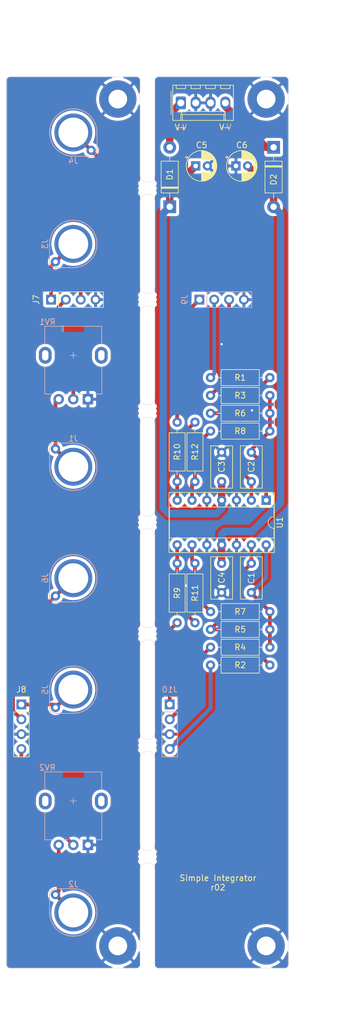
<source format=kicad_pcb>
(kicad_pcb (version 20221018) (generator pcbnew)
  (title_block (title "Simple Integrator") (date "2022-07-14") (rev "r02") (comment 2 "creativecommons.org/licenses/by/4.0/") (comment 3 "License: CC BY 4.0") (comment 4 "Author: Guy John"))
  (layers (0 "F.Cu" signal) (31 "B.Cu" signal) (36 "B.SilkS" user "B.Silkscreen") (37 "F.SilkS" user "F.Silkscreen") (38 "B.Mask" user) (39 "F.Mask" user) (44 "Edge.Cuts" user))
  (net 0 "")
  (net 1 "Net-(C1-Pad2)")
  (net 2 "Net-(C2-Pad2)")
  (net 3 "+12V")
  (net 4 "GND")
  (net 5 "-12V")
  (net 6 "Net-(J2-Pad1)")
  (net 7 "Net-(J1-Pad1)")
  (net 8 "Net-(R11-Pad1)")
  (net 9 "Net-(R10-Pad1)")
  (net 10 "Net-(U1D--)")
  (net 11 "Net-(U1A--)")
  (net 12 "Net-(D1-A)")
  (net 13 "Net-(D2-K)")
  (net 14 "Net-(J7-Pin_1)")
  (net 15 "Net-(J7-Pin_3)")
  (net 16 "Net-(J8-Pin_1)")
  (net 17 "Net-(J8-Pin_2)")
  (net 18 "Net-(J7-Pin_2)")
  (net 19 "Net-(J8-Pin_4)")
  (net 20 "Net-(J9-Pin_3)")
  (net 21 "Net-(J9-Pin_2)")
  (net 22 "Net-(J9-Pin_1)")
  (net 23 "Net-(J10-Pin_4)")
  (net 24 "Net-(J10-Pin_2)")
  (net 25 "Net-(J10-Pin_1)")
  (net 26 "Net-(U1C--)")
  (net 27 "Net-(U1B--)")
  (footprint "Rumblesan_Standard_Parts:C_Rect_L7.0mm_W3.5mm_P5.00mm" (layer "F.Cu") (at 130.81 119.935 90)
    (fp_text reference "C4" (at 2.54 0 90) (layer "F.SilkS"))
    (fp_text value "100nF")
    (pad "1" thru_hole circle (at 0 0 90) (size 1.6 1.6) (drill 0.8) (layers "*.Cu" "*.Mask") (net 4 "GND"))
    (pad "2" thru_hole circle (at 5 0 90) (size 1.6 1.6) (drill 0.8) (layers "*.Cu" "*.Mask") (net 5 "-12V"))
  )
  (footprint "Panelization:mouse-bite-2.54mm-slot" (layer "F.Cu") (at 118.11 165.1 90)
    (fp_text reference "mouse-bite-2.54mm-slot" hide)
    (fp_text value "VAL**" hide)
    (fp_arc (start -2.286 -1.27) (mid -1.016 0) (end -2.286 1.27) (stroke (width 0.05)) (layer "Edge.Cuts"))
    (fp_arc (start 2.286 1.27) (mid 1.016 0) (end 2.286 -1.27) (stroke (width 0.05)) (layer "Edge.Cuts"))
    (pad "" np_thru_hole circle (at -0.8 -1.1 90) (size 0.5 0.5) (drill 0.5) (layers "*.Cu" "*.Mask"))
    (pad "" np_thru_hole circle (at -0.8 1.1 90) (size 0.5 0.5) (drill 0.5) (layers "*.Cu" "*.Mask"))
    (pad "" np_thru_hole circle (at 0 -1.1 90) (size 0.5 0.5) (drill 0.5) (layers "*.Cu" "*.Mask"))
    (pad "" np_thru_hole circle (at 0 1.1 90) (size 0.5 0.5) (drill 0.5) (layers "*.Cu" "*.Mask"))
    (pad "" np_thru_hole circle (at 0.8 -1.1 90) (size 0.5 0.5) (drill 0.5) (layers "*.Cu" "*.Mask"))
    (pad "" np_thru_hole circle (at 0.8 1.1 90) (size 0.5 0.5) (drill 0.5) (layers "*.Cu" "*.Mask"))
  )
  (footprint "Connector_PinSocket_2.54mm:PinSocket_1x04_P2.54mm_Vertical" (layer "F.Cu") (at 101.6 69.85 90)
    (fp_text reference "J7" (at 0 -2.54 90) (layer "F.SilkS"))
    (fp_text value "I2_Ctrl" hide)
    (pad "1" thru_hole rect (at 0 0 90) (size 1.7 1.7) (drill 1) (layers "*.Cu" "*.Mask") (net 14 "Net-(J7-Pin_1)"))
    (pad "2" thru_hole oval (at 0 2.54 90) (size 1.7 1.7) (drill 1) (layers "*.Cu" "*.Mask") (net 18 "Net-(J7-Pin_2)"))
    (pad "3" thru_hole oval (at 0 5.08 90) (size 1.7 1.7) (drill 1) (layers "*.Cu" "*.Mask") (net 15 "Net-(J7-Pin_3)"))
    (pad "4" thru_hole oval (at 0 7.62 90) (size 1.7 1.7) (drill 1) (layers "*.Cu" "*.Mask") (net 4 "GND"))
  )
  (footprint "Rumblesan_Standard_Parts:D_DO-41_SOD81_P10.16mm_Horizontal" (layer "F.Cu") (at 121.92 53.975 90)
    (fp_text reference "D1" (at 5.5118 0 90) (layer "F.SilkS"))
    (fp_text value "1N5818")
    (pad "1" thru_hole rect (at 0 0 90) (size 2.2 2.2) (drill 1.1) (layers "*.Cu" "*.Mask") (net 3 "+12V"))
    (pad "2" thru_hole oval (at 10.16 0 90) (size 2.2 2.2) (drill 1.1) (layers "*.Cu" "*.Mask") (net 12 "Net-(D1-A)"))
  )
  (footprint "Rumblesan_Standard_Parts:R_Axial_DIN0207_L6.3mm_D2.5mm_P10.16mm_Horizontal" (layer "F.Cu") (at 128.905 92.329)
    (fp_text reference "R8" (at 5.08 0) (layer "F.SilkS"))
    (fp_text value "10k")
    (pad "1" thru_hole circle (at 0 0) (size 1.6 1.6) (drill 0.8) (layers "*.Cu" "*.Mask") (net 27 "Net-(U1B--)"))
    (pad "2" thru_hole oval (at 10.16 0) (size 1.6 1.6) (drill 0.8) (layers "*.Cu" "*.Mask") (net 2 "Net-(C2-Pad2)"))
  )
  (footprint "Rumblesan_Standard_Parts:R_Axial_DIN0207_L6.3mm_D2.5mm_P10.16mm_Horizontal" (layer "F.Cu") (at 126.238 125.095 90)
    (fp_text reference "R11" (at 5.08 0 90) (layer "F.SilkS"))
    (fp_text value "10k")
    (pad "1" thru_hole circle (at 0 0 90) (size 1.6 1.6) (drill 0.8) (layers "*.Cu" "*.Mask") (net 8 "Net-(R11-Pad1)"))
    (pad "2" thru_hole oval (at 10.16 0 90) (size 1.6 1.6) (drill 0.8) (layers "*.Cu" "*.Mask") (net 26 "Net-(U1C--)"))
  )
  (footprint "4U_Power:4u_Power_Molex_KK-254_P2.54mm" (layer "F.Cu") (at 123.825 36.21499)
    (fp_text reference "J11" hide)
    (fp_text value "4U_Power" hide)
    (fp_text user "V+" (at 0 4.17101 unlocked) (layer "B.SilkS") (effects (justify mirror)))
    (fp_text user "V-" (at 7.62 4.17101 unlocked) (layer "B.SilkS") (effects (justify mirror)))
    (fp_text user "V+" (at 0 4.17101 unlocked) (layer "F.SilkS"))
    (fp_text user "V-" (at 7.62 4.17101 unlocked) (layer "F.SilkS"))
    (pad "1" thru_hole roundrect (at 0 0) (size 1.74 2.19) (drill 1.19) (layers "*.Cu" "*.Mask") (roundrect_rratio 0.143678) (net 12 "Net-(D1-A)"))
    (pad "2" thru_hole oval (at 2.54 0) (size 1.74 2.19) (drill 1.19) (layers "*.Cu" "*.Mask") (net 4 "GND"))
    (pad "3" thru_hole oval (at 5.08 0) (size 1.74 2.19) (drill 1.19) (layers "*.Cu" "*.Mask") (net 4 "GND"))
    (pad "4" thru_hole oval (at 7.62 0) (size 1.74 2.19) (drill 1.19) (layers "*.Cu" "*.Mask") (net 13 "Net-(D2-K)"))
  )
  (footprint "Rumblesan_Standard_Parts:C_Rect_L7.0mm_W3.5mm_P5.00mm" (layer "F.Cu") (at 130.81 100.965 90)
    (fp_text reference "C3" (at 2.54 0 90) (layer "F.SilkS"))
    (fp_text value "100nF")
    (pad "1" thru_hole circle (at 0 0 90) (size 1.6 1.6) (drill 0.8) (layers "*.Cu" "*.Mask") (net 3 "+12V"))
    (pad "2" thru_hole circle (at 5 0 90) (size 1.6 1.6) (drill 0.8) (layers "*.Cu" "*.Mask") (net 4 "GND"))
  )
  (footprint "Rumblesan_Standard_Parts:R_Axial_DIN0207_L6.3mm_D2.5mm_P10.16mm_Horizontal" (layer "F.Cu") (at 139.065 126.238 180)
    (fp_text reference "R5" (at 5.08 0 180) (layer "F.SilkS"))
    (fp_text value "100k (optional)")
    (pad "1" thru_hole circle (at 0 0 180) (size 1.6 1.6) (drill 0.8) (layers "*.Cu" "*.Mask") (net 1 "Net-(C1-Pad2)"))
    (pad "2" thru_hole oval (at 10.16 0 180) (size 1.6 1.6) (drill 0.8) (layers "*.Cu" "*.Mask") (net 10 "Net-(U1D--)"))
  )
  (footprint "Panelization:mouse-bite-2.54mm-slot" (layer "F.Cu") (at 118.11 146.05 90)
    (fp_text reference "mouse-bite-2.54mm-slot" hide)
    (fp_text value "VAL**" hide)
    (fp_arc (start -2.286 -1.27) (mid -1.016 0) (end -2.286 1.27) (stroke (width 0.05)) (layer "Edge.Cuts"))
    (fp_arc (start 2.286 1.27) (mid 1.016 0) (end 2.286 -1.27) (stroke (width 0.05)) (layer "Edge.Cuts"))
    (pad "" np_thru_hole circle (at -0.8 -1.1 90) (size 0.5 0.5) (drill 0.5) (layers "*.Cu" "*.Mask"))
    (pad "" np_thru_hole circle (at -0.8 1.1 90) (size 0.5 0.5) (drill 0.5) (layers "*.Cu" "*.Mask"))
    (pad "" np_thru_hole circle (at 0 -1.1 90) (size 0.5 0.5) (drill 0.5) (layers "*.Cu" "*.Mask"))
    (pad "" np_thru_hole circle (at 0 1.1 90) (size 0.5 0.5) (drill 0.5) (layers "*.Cu" "*.Mask"))
    (pad "" np_thru_hole circle (at 0.8 -1.1 90) (size 0.5 0.5) (drill 0.5) (layers "*.Cu" "*.Mask"))
    (pad "" np_thru_hole circle (at 0.8 1.1 90) (size 0.5 0.5) (drill 0.5) (layers "*.Cu" "*.Mask"))
  )
  (footprint "Rumblesan_Standard_Parts:R_Axial_DIN0207_L6.3mm_D2.5mm_P10.16mm_Horizontal" (layer "F.Cu") (at 139.065 132.334 180)
    (fp_text reference "R2" (at 5.08 0 180) (layer "F.SilkS"))
    (fp_text value "100k")
    (pad "1" thru_hole circle (at 0 0 180) (size 1.6 1.6) (drill 0.8) (layers "*.Cu" "*.Mask") (net 10 "Net-(U1D--)"))
    (pad "2" thru_hole oval (at 10.16 0 180) (size 1.6 1.6) (drill 0.8) (layers "*.Cu" "*.Mask") (net 23 "Net-(J10-Pin_4)"))
  )
  (footprint "Connector_PinSocket_2.54mm:PinSocket_1x04_P2.54mm_Vertical" (layer "F.Cu") (at 96.52 139.065)
    (fp_text reference "J8" (at 0 -2.54) (layer "F.SilkS"))
    (fp_text value "I1_Ctrl" hide)
    (pad "1" thru_hole rect (at 0 0) (size 1.7 1.7) (drill 1) (layers "*.Cu" "*.Mask") (net 16 "Net-(J8-Pin_1)"))
    (pad "2" thru_hole oval (at 0 2.54) (size 1.7 1.7) (drill 1) (layers "*.Cu" "*.Mask") (net 17 "Net-(J8-Pin_2)"))
    (pad "3" thru_hole oval (at 0 5.08) (size 1.7 1.7) (drill 1) (layers "*.Cu" "*.Mask") (net 4 "GND"))
    (pad "4" thru_hole oval (at 0 7.62) (size 1.7 1.7) (drill 1) (layers "*.Cu" "*.Mask") (net 19 "Net-(J8-Pin_4)"))
  )
  (footprint "Panelization:mouse-bite-2.54mm-slot" (layer "F.Cu") (at 118.11 50.8 90)
    (fp_text reference "mouse-bite-2.54mm-slot" hide)
    (fp_text value "VAL**" hide)
    (fp_arc (start -2.286 -1.27) (mid -1.016 0) (end -2.286 1.27) (stroke (width 0.05)) (layer "Edge.Cuts"))
    (fp_arc (start 2.286 1.27) (mid 1.016 0) (end 2.286 -1.27) (stroke (width 0.05)) (layer "Edge.Cuts"))
    (pad "" np_thru_hole circle (at -0.8 -1.1 90) (size 0.5 0.5) (drill 0.5) (layers "*.Cu" "*.Mask"))
    (pad "" np_thru_hole circle (at -0.8 1.1 90) (size 0.5 0.5) (drill 0.5) (layers "*.Cu" "*.Mask"))
    (pad "" np_thru_hole circle (at 0 -1.1 90) (size 0.5 0.5) (drill 0.5) (layers "*.Cu" "*.Mask"))
    (pad "" np_thru_hole circle (at 0 1.1 90) (size 0.5 0.5) (drill 0.5) (layers "*.Cu" "*.Mask"))
    (pad "" np_thru_hole circle (at 0.8 -1.1 90) (size 0.5 0.5) (drill 0.5) (layers "*.Cu" "*.Mask"))
    (pad "" np_thru_hole circle (at 0.8 1.1 90) (size 0.5 0.5) (drill 0.5) (layers "*.Cu" "*.Mask"))
  )
  (footprint "Panelization:mouse-bite-2.54mm-slot" (layer "F.Cu") (at 118.11 127 90)
    (fp_text reference "mouse-bite-2.54mm-slot" hide)
    (fp_text value "VAL**" hide)
    (fp_arc (start -2.286 -1.27) (mid -1.016 0) (end -2.286 1.27) (stroke (width 0.05)) (layer "Edge.Cuts"))
    (fp_arc (start 2.286 1.27) (mid 1.016 0) (end 2.286 -1.27) (stroke (width 0.05)) (layer "Edge.Cuts"))
    (pad "" np_thru_hole circle (at -0.8 -1.1 90) (size 0.5 0.5) (drill 0.5) (layers "*.Cu" "*.Mask"))
    (pad "" np_thru_hole circle (at -0.8 1.1 90) (size 0.5 0.5) (drill 0.5) (layers "*.Cu" "*.Mask"))
    (pad "" np_thru_hole circle (at 0 -1.1 90) (size 0.5 0.5) (drill 0.5) (layers "*.Cu" "*.Mask"))
    (pad "" np_thru_hole circle (at 0 1.1 90) (size 0.5 0.5) (drill 0.5) (layers "*.Cu" "*.Mask"))
    (pad "" np_thru_hole circle (at 0.8 -1.1 90) (size 0.5 0.5) (drill 0.5) (layers "*.Cu" "*.Mask"))
    (pad "" np_thru_hole circle (at 0.8 1.1 90) (size 0.5 0.5) (drill 0.5) (layers "*.Cu" "*.Mask"))
  )
  (footprint "Rumblesan_Standard_Parts:R_Axial_DIN0207_L6.3mm_D2.5mm_P10.16mm_Horizontal" (layer "F.Cu") (at 126.238 90.805 -90)
    (fp_text reference "R12" (at 5.08 0 -90) (layer "F.SilkS"))
    (fp_text value "10k")
    (pad "1" thru_hole circle (at 0 0 270) (size 1.6 1.6) (drill 0.8) (layers "*.Cu" "*.Mask") (net 9 "Net-(R10-Pad1)"))
    (pad "2" thru_hole oval (at 10.16 0 270) (size 1.6 1.6) (drill 0.8) (layers "*.Cu" "*.Mask") (net 27 "Net-(U1B--)"))
  )
  (footprint "Rumblesan_Standard_Parts:R_Axial_DIN0207_L6.3mm_D2.5mm_P10.16mm_Horizontal" (layer "F.Cu") (at 139.065 129.286 180)
    (fp_text reference "R4" (at 5.08 0 180) (layer "F.SilkS"))
    (fp_text value "330r")
    (pad "1" thru_hole circle (at 0 0 180) (size 1.6 1.6) (drill 0.8) (layers "*.Cu" "*.Mask") (net 1 "Net-(C1-Pad2)"))
    (pad "2" thru_hole oval (at 10.16 0 180) (size 1.6 1.6) (drill 0.8) (layers "*.Cu" "*.Mask") (net 24 "Net-(J10-Pin_2)"))
  )
  (footprint "Rumblesan_Standard_Parts:R_Axial_DIN0207_L6.3mm_D2.5mm_P10.16mm_Horizontal" (layer "F.Cu") (at 139.065 86.233 180)
    (fp_text reference "R3" (at 5.08 0 180) (layer "F.SilkS"))
    (fp_text value "330r")
    (pad "1" thru_hole circle (at 0 0 180) (size 1.6 1.6) (drill 0.8) (layers "*.Cu" "*.Mask") (net 2 "Net-(C2-Pad2)"))
    (pad "2" thru_hole oval (at 10.16 0 180) (size 1.6 1.6) (drill 0.8) (layers "*.Cu" "*.Mask") (net 20 "Net-(J9-Pin_3)"))
  )
  (footprint "Rumblesan_Standard_Parts:C_Rect_L7.0mm_W3.5mm_P5.00mm" (layer "F.Cu") (at 135.89 114.935 -90)
    (fp_text reference "C1" (at 2.54 0 -90) (layer "F.SilkS"))
    (fp_text value "1nF")
    (pad "1" thru_hole circle (at 0 0 270) (size 1.6 1.6) (drill 0.8) (layers "*.Cu" "*.Mask") (net 10 "Net-(U1D--)"))
    (pad "2" thru_hole circle (at 5 0 270) (size 1.6 1.6) (drill 0.8) (layers "*.Cu" "*.Mask") (net 1 "Net-(C1-Pad2)"))
  )
  (footprint "Panelization:mouse-bite-2.54mm-slot" (layer "F.Cu") (at 118.11 69.85 90)
    (fp_text reference "mouse-bite-2.54mm-slot" hide)
    (fp_text value "VAL**" hide)
    (fp_arc (start -2.286 -1.27) (mid -1.016 0) (end -2.286 1.27) (stroke (width 0.05)) (layer "Edge.Cuts"))
    (fp_arc (start 2.286 1.27) (mid 1.016 0) (end 2.286 -1.27) (stroke (width 0.05)) (layer "Edge.Cuts"))
    (pad "" np_thru_hole circle (at -0.8 -1.1 90) (size 0.5 0.5) (drill 0.5) (layers "*.Cu" "*.Mask"))
    (pad "" np_thru_hole circle (at -0.8 1.1 90) (size 0.5 0.5) (drill 0.5) (layers "*.Cu" "*.Mask"))
    (pad "" np_thru_hole circle (at 0 -1.1 90) (size 0.5 0.5) (drill 0.5) (layers "*.Cu" "*.Mask"))
    (pad "" np_thru_hole circle (at 0 1.1 90) (size 0.5 0.5) (drill 0.5) (layers "*.Cu" "*.Mask"))
    (pad "" np_thru_hole circle (at 0.8 -1.1 90) (size 0.5 0.5) (drill 0.5) (layers "*.Cu" "*.Mask"))
    (pad "" np_thru_hole circle (at 0.8 1.1 90) (size 0.5 0.5) (drill 0.5) (layers "*.Cu" "*.Mask"))
  )
  (footprint "Rumblesan_Standard_Parts:R_Axial_DIN0207_L6.3mm_D2.5mm_P10.16mm_Horizontal" (layer "F.Cu") (at 123.19 114.935 -90)
    (fp_text reference "R9" (at 5.08 0 -90) (layer "F.SilkS"))
    (fp_text value "330r")
    (pad "1" thru_hole circle (at 0 0 270) (size 1.6 1.6) (drill 0.8) (layers "*.Cu" "*.Mask") (net 8 "Net-(R11-Pad1)"))
    (pad "2" thru_hole oval (at 10.16 0 270) (size 1.6 1.6) (drill 0.8) (layers "*.Cu" "*.Mask") (net 25 "Net-(J10-Pin_1)"))
  )
  (footprint "Rumblesan_Standard_Parts:R_Axial_DIN0207_L6.3mm_D2.5mm_P10.16mm_Horizontal" (layer "F.Cu") (at 139.065 83.185 180)
    (fp_text reference "R1" (at 5.08 0 180) (layer "F.SilkS"))
    (fp_text value "100k")
    (pad "1" thru_hole circle (at 0 0 180) (size 1.6 1.6) (drill 0.8) (layers "*.Cu" "*.Mask") (net 11 "Net-(U1A--)"))
    (pad "2" thru_hole oval (at 10.16 0 180) (size 1.6 1.6) (drill 0.8) (layers "*.Cu" "*.Mask") (net 21 "Net-(J9-Pin_2)"))
  )
  (footprint "Rumblesan_Standard_Parts:R_Axial_DIN0207_L6.3mm_D2.5mm_P10.16mm_Horizontal" (layer "F.Cu") (at 139.065 89.281 180)
    (fp_text reference "R6" (at 5.08 0 180) (layer "F.SilkS"))
    (fp_text value "100k (optional)")
    (pad "1" thru_hole circle (at 0 0 180) (size 1.6 1.6) (drill 0.8) (layers "*.Cu" "*.Mask") (net 2 "Net-(C2-Pad2)"))
    (pad "2" thru_hole oval (at 10.16 0 180) (size 1.6 1.6) (drill 0.8) (layers "*.Cu" "*.Mask") (net 11 "Net-(U1A--)"))
  )
  (footprint "Panelization:mouse-bite-2.54mm-slot" (layer "F.Cu") (at 118.11 107.95 90)
    (fp_text reference "mouse-bite-2.54mm-slot" hide)
    (fp_text value "VAL**" hide)
    (fp_arc (start -2.286 -1.27) (mid -1.016 0) (end -2.286 1.27) (stroke (width 0.05)) (layer "Edge.Cuts"))
    (fp_arc (start 2.286 1.27) (mid 1.016 0) (end 2.286 -1.27) (stroke (width 0.05)) (layer "Edge.Cuts"))
    (pad "" np_thru_hole circle (at -0.8 -1.1 90) (size 0.5 0.5) (drill 0.5) (layers "*.Cu" "*.Mask"))
    (pad "" np_thru_hole circle (at -0.8 1.1 90) (size 0.5 0.5) (drill 0.5) (layers "*.Cu" "*.Mask"))
    (pad "" np_thru_hole circle (at 0 -1.1 90) (size 0.5 0.5) (drill 0.5) (layers "*.Cu" "*.Mask"))
    (pad "" np_thru_hole circle (at 0 1.1 90) (size 0.5 0.5) (drill 0.5) (layers "*.Cu" "*.Mask"))
    (pad "" np_thru_hole circle (at 0.8 -1.1 90) (size 0.5 0.5) (drill 0.5) (layers "*.Cu" "*.Mask"))
    (pad "" np_thru_hole circle (at 0.8 1.1 90) (size 0.5 0.5) (drill 0.5) (layers "*.Cu" "*.Mask"))
  )
  (footprint "MountingHole:MountingHole_3.2mm_M3_Pad" (layer "F.Cu") (at 138.43 180.34)
    (fp_text reference "H1" hide)
    (fp_text value "MountingHole_Pad" hide)
    (pad "1" thru_hole circle (at 0 0) (size 6.4 6.4) (drill 3.2) (layers "*.Cu" "*.Mask") (net 4 "GND"))
  )
  (footprint "Rumblesan_Standard_Parts:CP_Radial_D5.0mm_P2.00mm" (layer "F.Cu") (at 126.365 46.99)
    (fp_text reference "C5" (at 1.016 -3.556) (layer "F.SilkS"))
    (fp_text value "10uF")
    (pad "1" thru_hole rect (at 0 0) (size 1.6 1.6) (drill 0.8) (layers "*.Cu" "*.Mask") (net 3 "+12V"))
    (pad "2" thru_hole circle (at 2 0) (size 1.6 1.6) (drill 0.8) (layers "*.Cu" "*.Mask") (net 4 "GND"))
  )
  (footprint "Rumblesan_Standard_Parts:C_Rect_L7.0mm_W3.5mm_P5.00mm" (layer "F.Cu") (at 135.89 100.965 90)
    (fp_text reference "C2" (at 2.54 0 90) (layer "F.SilkS"))
    (fp_text value "1nF")
    (pad "1" thru_hole circle (at 0 0 90) (size 1.6 1.6) (drill 0.8) (layers "*.Cu" "*.Mask") (net 11 "Net-(U1A--)"))
    (pad "2" thru_hole circle (at 5 0 90) (size 1.6 1.6) (drill 0.8) (layers "*.Cu" "*.Mask") (net 2 "Net-(C2-Pad2)"))
  )
  (footprint "MountingHole:MountingHole_3.2mm_M3_Pad" (layer "F.Cu") (at 113.03 180.34)
    (fp_text reference "H3" hide)
    (fp_text value "MountingHole_Pad" hide)
    (pad "1" thru_hole circle (at 0 0) (size 6.4 6.4) (drill 3.2) (layers "*.Cu" "*.Mask") (net 4 "GND"))
  )
  (footprint "MountingHole:MountingHole_3.2mm_M3_Pad" (layer "F.Cu") (at 113.03 35.56 180)
    (fp_text reference "H4" hide)
    (fp_text value "MountingHole_Pad" hide)
    (pad "1" thru_hole circle (at 0 0 180) (size 6.4 6.4) (drill 3.2) (layers "*.Cu" "*.Mask") (net 4 "GND"))
  )
  (footprint "Rumblesan_Standard_Parts:R_Axial_DIN0207_L6.3mm_D2.5mm_P10.16mm_Horizontal" (layer "F.Cu") (at 123.19 100.965 90)
    (fp_text reference "R10" (at 5.08 0 90) (layer "F.SilkS"))
    (fp_text value "330r")
    (pad "1" thru_hole circle (at 0 0 90) (size 1.6 1.6) (drill 0.8) (layers "*.Cu" "*.Mask") (net 9 "Net-(R10-Pad1)"))
    (pad "2" thru_hole oval (at 10.16 0 90) (size 1.6 1.6) (drill 0.8) (layers "*.Cu" "*.Mask") (net 22 "Net-(J9-Pin_1)"))
  )
  (footprint "Rumblesan_Standard_Parts:DIP-14_W7.62mm_Socket" (layer "F.Cu") (at 138.435 104.15 -90)
    (fp_text reference "U1" (at 3.81 -2.33 -90) (layer "F.SilkS"))
    (fp_text value "TL074")
    (pad "1" thru_hole rect (at 0 0 270) (size 1.6 1.6) (drill 0.8) (layers "*.Cu" "*.Mask") (net 2 "Net-(C2-Pad2)"))
    (pad "2" thru_hole oval (at 0 2.54 270) (size 1.6 1.6) (drill 0.8) (layers "*.Cu" "*.Mask") (net 11 "Net-(U1A--)"))
    (pad "3" thru_hole oval (at 0 5.08 270) (size 1.6 1.6) (drill 0.8) (layers "*.Cu" "*.Mask") (net 4 "GND"))
    (pad "4" thru_hole oval (at 0 7.62 270) (size 1.6 1.6) (drill 0.8) (layers "*.Cu" "*.Mask") (net 3 "+12V"))
    (pad "5" thru_hole oval (at 0 10.16 270) (size 1.6 1.6) (drill 0.8) (layers "*.Cu" "*.Mask") (net 4 "GND"))
    (pad "6" thru_hole oval (at 0 12.7 270) (size 1.6 1.6) (drill 0.8) (layers "*.Cu" "*.Mask") (net 27 "Net-(U1B--)"))
    (pad "7" thru_hole oval (at 0 15.24 270) (size 1.6 1.6) (drill 0.8) (layers "*.Cu" "*.Mask") (net 9 "Net-(R10-Pad1)"))
    (pad "8" thru_hole oval (at 7.62 15.24 270) (size 1.6 1.6) (drill 0.8) (layers "*.Cu" "*.Mask") (net 8 "Net-(R11-Pad1)"))
    (pad "9" thru_hole oval (at 7.62 12.7 270) (size 1.6 1.6) (drill 0.8) (layers "*.Cu" "*.Mask") (net 26 "Net-(U1C--)"))
    (pad "10" thru_hole oval (at 7.62 10.16 270) (size 1.6 1.6) (drill 0.8) (layers "*.Cu" "*.Mask") (net 4 "GND"))
    (pad "11" thru_hole oval (at 7.62 7.62 270) (size 1.6 1.6) (drill 0.8) (layers "*.Cu" "*.Mask") (net 5 "-12V"))
    (pad "12" thru_hole oval (at 7.62 5.08 270) (size 1.6 1.6) (drill 0.8) (layers "*.Cu" "*.Mask") (net 4 "GND"))
    (pad "13" thru_hole oval (at 7.62 2.54 270) (size 1.6 1.6) (drill 0.8) (layers "*.Cu" "*.Mask") (net 10 "Net-(U1D--)"))
    (pad "14" thru_hole oval (at 7.62 0 270) (size 1.6 1.6) (drill 0.8) (layers "*.Cu" "*.Mask") (net 1 "Net-(C1-Pad2)"))
  )
  (footprint "Rumblesan_Standard_Parts:CP_Radial_D5.0mm_P2.00mm" (layer "F.Cu") (at 133.255 46.99)
    (fp_text reference "C6" (at 1.016 -3.556) (layer "F.SilkS"))
    (fp_text value "10uF")
    (pad "1" thru_hole rect (at 0 0) (size 1.6 1.6) (drill 0.8) (layers "*.Cu" "*.Mask") (net 4 "GND"))
    (pad "2" thru_hole circle (at 2 0) (size 1.6 1.6) (drill 0.8) (layers "*.Cu" "*.Mask") (net 5 "-12V"))
  )
  (footprint "Rumblesan_Standard_Parts:R_Axial_DIN0207_L6.3mm_D2.5mm_P10.16mm_Horizontal" (layer "F.Cu") (at 128.905 123.19)
    (fp_text reference "R7" (at 5.08 0) (layer "F.SilkS"))
    (fp_text value "10k")
    (pad "1" thru_hole circle (at 0 0) (size 1.6 1.6) (drill 0.8) (layers "*.Cu" "*.Mask") (net 26 "Net-(U1C--)"))
    (pad "2" thru_hole oval (at 10.16 0) (size 1.6 1.6) (drill 0.8) (layers "*.Cu" "*.Mask") (net 1 "Net-(C1-Pad2)"))
  )
  (footprint "Rumblesan_Standard_Parts:D_DO-41_SOD81_P10.16mm_Horizontal" (layer "F.Cu") (at 139.7 43.815 -90)
    (fp_text reference "D2" (at 5.5118 0 -90) (layer "F.SilkS"))
    (fp_text value "1N5818")
    (pad "1" thru_hole rect (at 0 0 270) (size 2.2 2.2) (drill 1.1) (layers "*.Cu" "*.Mask") (net 13 "Net-(D2-K)"))
    (pad "2" thru_hole oval (at 10.16 0 270) (size 2.2 2.2) (drill 1.1) (layers "*.Cu" "*.Mask") (net 5 "-12V"))
  )
  (footprint "Panelization:mouse-bite-2.54mm-slot" (layer "F.Cu") (at 118.11 88.9 90)
    (fp_text reference "mouse-bite-2.54mm-slot" hide)
    (fp_text value "VAL**" hide)
    (fp_arc (start -2.286 -1.27) (mid -1.016 0) (end -2.286 1.27) (stroke (width 0.05)) (layer "Edge.Cuts"))
    (fp_arc (start 2.286 1.27) (mid 1.016 0) (end 2.286 -1.27) (stroke (width 0.05)) (layer "Edge.Cuts"))
    (pad "" np_thru_hole circle (at -0.8 -1.1 90) (size 0.5 0.5) (drill 0.5) (layers "*.Cu" "*.Mask"))
    (pad "" np_thru_hole circle (at -0.8 1.1 90) (size 0.5 0.5) (drill 0.5) (layers "*.Cu" "*.Mask"))
    (pad "" np_thru_hole circle (at 0 -1.1 90) (size 0.5 0.5) (drill 0.5) (layers "*.Cu" "*.Mask"))
    (pad "" np_thru_hole circle (at 0 1.1 90) (size 0.5 0.5) (drill 0.5) (layers "*.Cu" "*.Mask"))
    (pad "" np_thru_hole circle (at 0.8 -1.1 90) (size 0.5 0.5) (drill 0.5) (layers "*.Cu" "*.Mask"))
    (pad "" np_thru_hole circle (at 0.8 1.1 90) (size 0.5 0.5) (drill 0.5) (layers "*.Cu" "*.Mask"))
  )
  (footprint "MountingHole:MountingHole_3.2mm_M3_Pad" (layer "F.Cu") (at 138.43 35.56)
    (fp_text reference "H2" hide)
    (fp_text value "MountingHole_Pad" hide)
    (pad "1" thru_hole circle (at 0 0) (size 6.4 6.4) (drill 3.2) (layers "*.Cu" "*.Mask") (net 4 "GND"))
  )
  (footprint "Rumblesan_Standard_Parts:BananaJack_THT_JohnsonCinch_108-09" (layer "B.Cu") (at 105.41 98.425 180)
    (fp_text reference "J1" (at 0 4.826) (layer "B.SilkS") (effects (justify mirror)))
    (fp_text value "BananaJack_PanelMount" hide)
    (pad "1" thru_hole circle (at 0 0 180) (size 6.5 6.5) (drill 5.1) (layers "*.Cu" "*.Mask") (net 7 "Net-(J1-Pad1)"))
    (pad "1" thru_hole circle (at 3.048 3.048 180) (size 1.6 1.6) (drill 0.8) (layers "*.Cu" "*.Mask") (net 7 "Net-(J1-Pad1)"))
  )
  (footprint "Rumblesan_Standard_Parts:BananaJack_THT_JohnsonCinch_108-09" (layer "B.Cu") (at 105.41 41.275)
    (fp_text reference "J4" (at 0 4.826 180) (layer "B.SilkS") (effects (justify mirror)))
    (fp_text value "BananaJack_PanelMount" hide)
    (pad "1" thru_hole circle (at 0 0) (size 6.5 6.5) (drill 5.1) (layers "*.Cu" "*.Mask") (net 15 "Net-(J7-Pin_3)"))
    (pad "1" thru_hole circle (at 3.048 3.048) (size 1.6 1.6) (drill 0.8) (layers "*.Cu" "*.Mask") (net 15 "Net-(J7-Pin_3)"))
  )
  (footprint "Rumblesan_Standard_Parts:BananaJack_THT_JohnsonCinch_108-09" (layer "B.Cu") (at 105.41 60.325 -90)
    (fp_text reference "J3" (at 0 4.826 90) (layer "B.SilkS") (effects (justify mirror)))
    (fp_text value "BananaJack_PanelMount" hide)
    (pad "1" thru_hole circle (at 0 0 270) (size 6.5 6.5) (drill 5.1) (layers "*.Cu" "*.Mask") (net 14 "Net-(J7-Pin_1)"))
    (pad "1" thru_hole circle (at 3.048 3.048 270) (size 1.6 1.6) (drill 0.8) (layers "*.Cu" "*.Mask") (net 14 "Net-(J7-Pin_1)"))
  )
  (footprint "Connector_PinHeader_2.54mm:PinHeader_1x04_P2.54mm_Vertical" (layer "B.Cu") (at 121.92 139.065 180)
    (fp_text reference "J10" (at 0 2.54 180) (layer "B.SilkS") (effects (justify mirror)))
    (fp_text value "I1_Main" hide)
    (pad "1" thru_hole rect (at 0 0 180) (size 1.7 1.7) (drill 1) (layers "*.Cu" "*.Mask") (net 25 "Net-(J10-Pin_1)"))
    (pad "2" thru_hole oval (at 0 -2.54 180) (size 1.7 1.7) (drill 1) (layers "*.Cu" "*.Mask") (net 24 "Net-(J10-Pin_2)"))
    (pad "3" thru_hole oval (at 0 -5.08 180) (size 1.7 1.7) (drill 1) (layers "*.Cu" "*.Mask") (net 4 "GND"))
    (pad "4" thru_hole oval (at 0 -7.62 180) (size 1.7 1.7) (drill 1) (layers "*.Cu" "*.Mask") (net 23 "Net-(J10-Pin_4)"))
  )
  (footprint "Rumblesan_Standard_Parts:Potentiometer_Alpha_RD901F-40-00D_Single_Vertical" (layer "B.Cu") (at 105.41 155.575 180)
    (fp_text reference "RV2" (at 4.445 5.715) (layer "B.SilkS") (effects (justify mirror)))
    (fp_text value "100k" hide)
    (pad "" thru_hole oval (at -4.8 0) (size 2.2 2.9) (drill oval 1.1 1.8) (layers "*.Cu" "*.Mask"))
    (pad "" thru_hole oval (at 4.8 0) (size 2.2 2.9) (drill oval 1.1 1.8) (layers "*.Cu" "*.Mask"))
    (pad "1" thru_hole rect (at -2.5 -7.5) (size 1.8 1.8) (drill 1) (layers "*.Cu" "*.Mask") (net 4 "GND"))
    (pad "2" thru_hole circle (at 0 -7.5) (size 1.8 1.8) (drill 1) (layers "*.Cu" "*.Mask") (net 19 "Net-(J8-Pin_4)"))
    (pad "3" thru_hole circle (at 2.5 -7.5) (size 1.8 1.8) (drill 1) (layers "*.Cu" "*.Mask") (net 6 "Net-(J2-Pad1)"))
    (zone (net 0) (net_name "") (layers "B.Cu" "B.SilkS") (connect_pads (clearance 0)) (min_thickness 0.254)
      (keepout (tracks not_allowed) (vias not_allowed) (pads not_allowed) (copperpour not_allowed) (footprints allowed))
      (fill (thermal_gap 0.508) (thermal_bridge_width 0.508))
      (polygon (pts (xy 103.61 151.575) (xy 107.21 151.575) (xy 107.21 150.475) (xy 103.61 150.475)))
    )
  )
  (footprint "Rumblesan_Standard_Parts:Potentiometer_Alpha_RD901F-40-00D_Single_Vertical" (layer "B.Cu") (at 105.41 79.375 180)
    (fp_text reference "RV1" (at 4.445 5.715) (layer "B.SilkS") (effects (justify mirror)))
    (fp_text value "100k" hide)
    (pad "" thru_hole oval (at -4.8 0) (size 2.2 2.9) (drill oval 1.1 1.8) (layers "*.Cu" "*.Mask"))
    (pad "" thru_hole oval (at 4.8 0) (size 2.2 2.9) (drill oval 1.1 1.8) (layers "*.Cu" "*.Mask"))
    (pad "1" thru_hole rect (at -2.5 -7.5) (size 1.8 1.8) (drill 1) (layers "*.Cu" "*.Mask") (net 4 "GND"))
    (pad "2" thru_hole circle (at 0 -7.5) (size 1.8 1.8) (drill 1) (layers "*.Cu" "*.Mask") (net 18 "Net-(J7-Pin_2)"))
    (pad "3" thru_hole circle (at 2.5 -7.5) (size 1.8 1.8) (drill 1) (layers "*.Cu" "*.Mask") (net 7 "Net-(J1-Pad1)"))
    (zone (net 0) (net_name "") (layers "B.Cu" "B.SilkS") (connect_pads (clearance 0)) (min_thickness 0.254)
      (keepout (tracks not_allowed) (vias not_allowed) (pads not_allowed) (copperpour not_allowed) (footprints allowed))
      (fill (thermal_gap 0.508) (thermal_bridge_width 0.508))
      (polygon (pts (xy 103.61 75.375) (xy 107.21 75.375) (xy 107.21 74.275) (xy 103.61 74.275)))
    )
  )
  (footprint "Connector_PinHeader_2.54mm:PinHeader_1x04_P2.54mm_Vertical" (layer "B.Cu") (at 127 69.85 -90)
    (fp_text reference "J9" (at 0 2.54 90) (layer "B.SilkS") (effects (justify mirror)))
    (fp_text value "I2_Main" hide)
    (pad "1" thru_hole rect (at 0 0 270) (size 1.7 1.7) (drill 1) (layers "*.Cu" "*.Mask") (net 22 "Net-(J9-Pin_1)"))
    (pad "2" thru_hole oval (at 0 -2.54 270) (size 1.7 1.7) (drill 1) (layers "*.Cu" "*.Mask") (net 21 "Net-(J9-Pin_2)"))
    (pad "3" thru_hole oval (at 0 -5.08 270) (size 1.7 1.7) (drill 1) (layers "*.Cu" "*.Mask") (net 20 "Net-(J9-Pin_3)"))
    (pad "4" thru_hole oval (at 0 -7.62 270) (size 1.7 1.7) (drill 1) (layers "*.Cu" "*.Mask") (net 4 "GND"))
  )
  (footprint "Rumblesan_Standard_Parts:BananaJack_THT_JohnsonCinch_108-09" (layer "B.Cu") (at 105.41 136.525 -90)
    (fp_text reference "J5" (at 0 4.826 90) (layer "B.SilkS") (effects (justify mirror)))
    (fp_text value "BananaJack_PanelMount" hide)
    (pad "1" thru_hole circle (at 0 0 270) (size 6.5 6.5) (drill 5.1) (layers "*.Cu" "*.Mask") (net 16 "Net-(J8-Pin_1)"))
    (pad "1" thru_hole circle (at 3.048 3.048 270) (size 1.6 1.6) (drill 0.8) (layers "*.Cu" "*.Mask") (net 16 "Net-(J8-Pin_1)"))
  )
  (footprint "Rumblesan_Standard_Parts:BananaJack_THT_JohnsonCinch_108-09" (layer "B.Cu") (at 105.41 117.475 -90)
    (fp_text reference "J6" (at 0 4.826 90) (layer "B.SilkS") (effects (justify mirror)))
    (fp_text value "BananaJack_PanelMount" hide)
    (pad "1" thru_hole circle (at 0 0 270) (size 6.5 6.5) (drill 5.1) (layers "*.Cu" "*.Mask") (net 17 "Net-(J8-Pin_2)"))
    (pad "1" thru_hole circle (at 3.048 3.048 270) (size 1.6 1.6) (drill 0.8) (layers "*.Cu" "*.Mask") (net 17 "Net-(J8-Pin_2)"))
  )
  (footprint "Rumblesan_Standard_Parts:BananaJack_THT_JohnsonCinch_108-09" (layer "B.Cu") (at 105.41 174.625 180)
    (fp_text reference "J2" (at 0 4.826) (layer "B.SilkS") (effects (justify mirror)))
    (fp_text value "BananaJack_PanelMount" hide)
    (pad "1" thru_hole circle (at 0 0 180) (size 6.5 6.5) (drill 5.1) (layers "*.Cu" "*.Mask") (net 6 "Net-(J2-Pad1)"))
    (pad "1" thru_hole circle (at 3.048 3.048 180) (size 1.6 1.6) (drill 0.8) (layers "*.Cu" "*.Mask") (net 6 "Net-(J2-Pad1)"))
  )
  (gr_line (start 116.84 91.186) (end 116.84 105.664) (stroke (width 0.05)) (layer "Edge.Cuts"))
  (gr_line (start 116.205 184.15) (end 94.615 184.15) (stroke (width 0.05)) (layer "Edge.Cuts"))
  (gr_line (start 119.38 48.514) (end 119.38 32.385) (stroke (width 0.05)) (layer "Edge.Cuts"))
  (gr_line (start 93.98 183.515) (end 93.98 32.385) (stroke (width 0.05)) (layer "Edge.Cuts"))
  (gr_line (start 94.615 31.75) (end 116.205 31.75) (stroke (width 0.05)) (layer "Edge.Cuts"))
  (gr_arc (start 141.605 31.75) (mid 142.054013 31.935987) (end 142.24 32.385) (stroke (width 0.05)) (layer "Edge.Cuts"))
  (gr_line (start 119.38 110.236) (end 119.38 124.714) (stroke (width 0.05)) (layer "Edge.Cuts"))
  (gr_line (start 119.38 129.286) (end 119.38 143.764) (stroke (width 0.05)) (layer "Edge.Cuts"))
  (gr_line (start 119.38 72.136) (end 119.38 86.614) (stroke (width 0.05)) (layer "Edge.Cuts"))
  (gr_line (start 119.38 91.186) (end 119.38 105.664) (stroke (width 0.05)) (layer "Edge.Cuts"))
  (gr_line (start 116.84 32.385) (end 116.84 48.514) (stroke (width 0.05)) (layer "Edge.Cuts"))
  (gr_line (start 116.84 167.386) (end 116.84 183.515) (stroke (width 0.05)) (layer "Edge.Cuts"))
  (gr_arc (start 93.98 32.385) (mid 94.165987 31.935987) (end 94.615 31.75) (stroke (width 0.05)) (layer "Edge.Cuts"))
  (gr_line (start 116.84 72.136) (end 116.84 86.614) (stroke (width 0.05)) (layer "Edge.Cuts"))
  (gr_arc (start 116.205 31.75) (mid 116.654013 31.935987) (end 116.84 32.385) (stroke (width 0.05)) (layer "Edge.Cuts"))
  (gr_arc (start 119.38 32.385) (mid 119.565987 31.935987) (end 120.015 31.75) (stroke (width 0.05)) (layer "Edge.Cuts"))
  (gr_arc (start 116.84 183.515) (mid 116.654013 183.964013) (end 116.205 184.15) (stroke (width 0.05)) (layer "Edge.Cuts"))
  (gr_line (start 141.605 31.75) (end 120.015 31.75) (stroke (width 0.05)) (layer "Edge.Cuts"))
  (gr_line (start 116.84 129.286) (end 116.84 143.764) (stroke (width 0.05)) (layer "Edge.Cuts"))
  (gr_line (start 119.38 167.386) (end 119.38 183.515) (stroke (width 0.05)) (layer "Edge.Cuts"))
  (gr_line (start 116.84 148.336) (end 116.84 162.814) (stroke (width 0.05)) (layer "Edge.Cuts"))
  (gr_arc (start 142.24 183.515) (mid 142.054013 183.964013) (end 141.605 184.15) (stroke (width 0.05)) (layer "Edge.Cuts"))
  (gr_line (start 116.84 110.236) (end 116.84 124.714) (stroke (width 0.05)) (layer "Edge.Cuts"))
  (gr_line (start 119.38 53.086) (end 119.38 67.564) (stroke (width 0.05)) (layer "Edge.Cuts"))
  (gr_line (start 142.24 183.515) (end 142.24 32.385) (stroke (width 0.05)) (layer "Edge.Cuts"))
  (gr_arc (start 94.615 184.15) (mid 94.165987 183.964013) (end 93.98 183.515) (stroke (width 0.05)) (layer "Edge.Cuts"))
  (gr_arc (start 120.015 184.15) (mid 119.565987 183.964013) (end 119.38 183.515) (stroke (width 0.05)) (layer "Edge.Cuts"))
  (gr_line (start 116.84 53.086) (end 116.84 67.564) (stroke (width 0.05)) (layer "Edge.Cuts"))
  (gr_line (start 119.38 148.336) (end 119.38 162.814) (stroke (width 0.05)) (layer "Edge.Cuts"))
  (gr_line (start 120.015 184.15) (end 141.605 184.15) (stroke (width 0.05)) (layer "Edge.Cuts"))
  (gr_text "Simple Integrator\nr02" (at 130.175 169.545) (layer "F.SilkS") (effects (font (size 1 1))))
  (segment (start 139.065 126.238) (end 139.065 129.286) (width 0.635) (layer "F.Cu") (net 1))
  (segment (start 135.89 119.935) (end 135.89 120.015) (width 0.635) (layer "F.Cu") (net 1))
  (segment (start 135.89 120.015) (end 139.065 123.19) (width 0.635) (layer "F.Cu") (net 1))
  (segment (start 139.065 123.19) (end 139.065 126.238) (width 0.635) (layer "F.Cu") (net 1))
  (segment (start 138.435 117.39) (end 138.435 111.77) (width 0.635) (layer "B.Cu") (net 1))
  (segment (start 135.89 119.935) (end 138.435 117.39) (width 0.635) (layer "B.Cu") (net 1))
  (segment (start 135.89 95.965) (end 135.89 95.504) (width 0.635) (layer "F.Cu") (net 2))
  (segment (start 135.89 95.504) (end 139.065 92.329) (width 0.635) (layer "F.Cu") (net 2))
  (segment (start 139.065 92.329) (end 139.065 89.281) (width 0.635) (layer "F.Cu") (net 2))
  (segment (start 135.89 95.965) (end 138.435 98.51) (width 0.635) (layer "F.Cu") (net 2))
  (segment (start 138.435 98.51) (end 138.435 104.15) (width 0.635) (layer "F.Cu") (net 2))
  (segment (start 139.065 86.233) (end 139.065 89.281) (width 0.635) (layer "F.Cu") (net 2))
  (segment (start 121.92 51.435) (end 126.365 46.99) (width 1.27) (layer "F.Cu") (net 3))
  (segment (start 121.92 53.975) (end 121.92 51.435) (width 1.27) (layer "F.Cu") (net 3))
  (segment (start 130.815 104.15) (end 130.815 100.97) (width 1.27) (layer "F.Cu") (net 3))
  (segment (start 130.815 100.97) (end 130.81 100.965) (width 1.27) (layer "F.Cu") (net 3))
  (segment (start 121.768587 106.426) (end 129.921 106.426) (width 1.27) (layer "B.Cu") (net 3))
  (segment (start 120.796588 105.454001) (end 121.768587 106.426) (width 1.27) (layer "B.Cu") (net 3))
  (segment (start 120.796588 55.098412) (end 120.796588 105.454001) (width 1.27) (layer "B.Cu") (net 3))
  (segment (start 130.815 105.532) (end 130.815 104.15) (width 1.27) (layer "B.Cu") (net 3))
  (segment (start 129.921 106.426) (end 130.815 105.532) (width 1.27) (layer "B.Cu") (net 3))
  (segment (start 121.92 53.975) (end 120.796588 55.098412) (width 1.27) (layer "B.Cu") (net 3))
  (via (at 124.714 118.745) (size 0.762) (drill 0.381) (layers "F.Cu" "B.Cu") (net 4))
  (via (at 130.81 77.47) (size 0.762) (drill 0.381) (layers "F.Cu" "B.Cu") (net 4))
  (via (at 136.017 88.773) (size 0.762) (drill 0.381) (layers "F.Cu" "B.Cu") (net 4))
  (segment (start 139.7 53.975) (end 139.7 51.435) (width 1.27) (layer "F.Cu") (net 5))
  (segment (start 130.81 111.775) (end 130.815 111.77) (width 1.27) (layer "F.Cu") (net 5))
  (segment (start 130.81 114.935) (end 130.81 111.775) (width 1.27) (layer "F.Cu") (net 5))
  (segment (start 139.7 51.435) (end 135.255 46.99) (width 1.27) (layer "F.Cu") (net 5))
  (segment (start 136.017 109.474) (end 131.318 109.474) (width 1.27) (layer "B.Cu") (net 5))
  (segment (start 131.318 109.474) (end 130.815 109.977) (width 1.27) (layer "B.Cu") (net 5))
  (segment (start 130.815 109.977) (end 130.815 111.77) (width 1.27) (layer "B.Cu") (net 5))
  (segment (start 140.881 104.61) (end 136.017 109.474) (width 1.27) (layer "B.Cu") (net 5))
  (segment (start 139.7 53.975) (end 140.881 55.156) (width 1.27) (layer "B.Cu") (net 5))
  (segment (start 140.881 55.156) (end 140.881 104.61) (width 1.27) (layer "B.Cu") (net 5))
  (segment (start 102.91 163.075) (end 102.91 171.029) (width 0.635) (layer "F.Cu") (net 6))
  (segment (start 102.91 171.029) (end 102.362 171.577) (width 0.635) (layer "F.Cu") (net 6))
  (segment (start 102.362 171.577) (end 105.41 174.625) (width 0.635) (layer "F.Cu") (net 6))
  (segment (start 102.362 95.377) (end 102.362 87.423) (width 0.635) (layer "F.Cu") (net 7))
  (segment (start 102.362 87.423) (end 102.91 86.875) (width 0.635) (layer "F.Cu") (net 7))
  (segment (start 105.41 98.425) (end 102.362 95.377) (width 0.635) (layer "F.Cu") (net 7))
  (segment (start 123.19 114.935) (end 123.19 122.047) (width 0.635) (layer "F.Cu") (net 8))
  (segment (start 123.19 122.047) (end 126.238 125.095) (width 0.635) (layer "F.Cu") (net 8))
  (segment (start 123.195 111.77) (end 123.195 114.93) (width 0.635) (layer "F.Cu") (net 8))
  (segment (start 123.195 114.93) (end 123.19 114.935) (width 0.635) (layer "F.Cu") (net 8))
  (segment (start 123.19 100.965) (end 123.19 93.853) (width 0.635) (layer "F.Cu") (net 9))
  (segment (start 123.195 104.15) (end 123.195 100.97) (width 0.635) (layer "F.Cu") (net 9))
  (segment (start 123.195 100.97) (end 123.19 100.965) (width 0.635) (layer "F.Cu") (net 9))
  (segment (start 123.19 93.853) (end 126.238 90.805) (width 0.635) (layer "F.Cu") (net 9))
  (segment (start 133.35 121.793) (end 133.35 117.475) (width 0.635) (layer "F.Cu") (net 10))
  (segment (start 128.905 126.238) (end 132.969 126.238) (width 0.635) (layer "F.Cu") (net 10))
  (segment (start 132.969 126.238) (end 139.065 132.334) (width 0.635) (layer "F.Cu") (net 10))
  (segment (start 135.895 111.77) (end 135.895 114.93) (width 0.635) (layer "F.Cu") (net 10))
  (segment (start 135.895 114.93) (end 135.89 114.935) (width 0.635) (layer "F.Cu") (net 10))
  (segment (start 133.35 117.475) (end 135.89 114.935) (width 0.635) (layer "F.Cu") (net 10))
  (segment (start 128.905 126.238) (end 133.35 121.793) (width 0.635) (layer "F.Cu") (net 10))
  (segment (start 135.895 104.15) (end 135.895 100.97) (width 0.635) (layer "F.Cu") (net 11))
  (segment (start 132.969 89.281) (end 139.065 83.185) (width 0.635) (layer "F.Cu") (net 11))
  (segment (start 132.969 89.281) (end 132.969 98.044) (width 0.635) (layer "F.Cu") (net 11))
  (segment (start 135.895 100.97) (end 135.89 100.965) (width 0.635) (layer "F.Cu") (net 11))
  (segment (start 128.905 89.281) (end 132.969 89.281) (width 0.635) (layer "F.Cu") (net 11))
  (segment (start 132.969 98.044) (end 135.89 100.965) (width 0.635) (layer "F.Cu") (net 11))
  (segment (start 121.92 43.815) (end 121.92 38.12) (width 1.27) (layer "F.Cu") (net 12))
  (segment (start 121.92 38.12) (end 123.825 36.215) (width 1.27) (layer "F.Cu") (net 12))
  (segment (start 138.43 43.815) (end 139.7 43.815) (width 1.27) (layer "F.Cu") (net 13))
  (segment (start 131.445 36.215) (end 131.445 36.83) (width 1.27) (layer "F.Cu") (net 13))
  (segment (start 131.445 36.83) (end 138.43 43.815) (width 1.27) (layer "F.Cu") (net 13))
  (segment (start 101.6 69.85) (end 101.6 64.135) (width 0.635) (layer "F.Cu") (net 14))
  (segment (start 101.6 64.135) (end 102.362 63.373) (width 0.635) (layer "F.Cu") (net 14))
  (segment (start 105.41 60.325) (end 102.362 63.373) (width 0.635) (layer "F.Cu") (net 14))
  (segment (start 110.871 63.627) (end 110.871 46.736) (width 0.635) (layer "F.Cu") (net 15))
  (segment (start 106.68 67.818) (end 110.871 63.627) (width 0.635) (layer "F.Cu") (net 15))
  (segment (start 106.68 69.85) (end 106.68 67.818) (width 0.635) (layer "F.Cu") (net 15))
  (segment (start 110.871 46.736) (end 108.458 44.323) (width 0.635) (layer "F.Cu") (net 15))
  (segment (start 108.458 44.323) (end 105.41 41.275) (width 0.635) (layer "F.Cu") (net 15))
  (segment (start 96.52 139.065) (end 101.854 139.065) (width 0.635) (layer "F.Cu") (net 16))
  (segment (start 102.362 139.573) (end 105.41 136.525) (width 0.635) (layer "F.Cu") (net 16))
  (segment (start 101.854 139.065) (end 102.362 139.573) (width 0.635) (layer "F.Cu") (net 16))
  (segment (start 95.0985 127.7865) (end 102.362 120.523) (width 0.635) (layer "F.Cu") (net 17))
  (segment (start 95.0985 140.1835) (end 95.0985 127.7865) (width 0.635) (layer "F.Cu") (net 17))
  (segment (start 102.362 120.523) (end 105.41 117.475) (width 0.635) (layer "F.Cu") (net 17))
  (segment (start 96.52 141.605) (end 95.0985 140.1835) (width 0.635) (layer "F.Cu") (net 17))
  (segment (start 105.41 86.875) (end 105.41 84.963) (width 0.635) (layer "F.Cu") (net 18))
  (segment (start 105.41 84.963) (end 102.87 82.423) (width 0.635) (layer "F.Cu") (net 18))
  (segment (start 102.87 71.12) (end 104.14 69.85) (width 0.635) (layer "F.Cu") (net 18))
  (segment (start 102.87 82.423) (end 102.87 71.12) (width 0.635) (layer "F.Cu") (net 18))
  (segment (start 96.52 156.337) (end 96.52 146.685) (width 0.635) (layer "F.Cu") (net 19))
  (segment (start 100.965 160.782) (end 96.52 156.337) (width 0.635) (layer "F.Cu") (net 19))
  (segment (start 105.41 163.075) (end 103.117 160.782) (width 0.635) (layer "F.Cu") (net 19))
  (segment (start 103.117 160.782) (end 100.965 160.782) (width 0.635) (layer "F.Cu") (net 19))
  (segment (start 128.905 86.233) (end 132.08 83.058) (width 0.635) (layer "F.Cu") (net 20))
  (segment (start 132.08 83.058) (end 132.08 69.85) (width 0.635) (layer "F.Cu") (net 20))
  (segment (start 129.54 82.55) (end 128.905 83.185) (width 0.635) (layer "B.Cu") (net 21))
  (segment (start 129.54 69.85) (end 129.54 82.55) (width 0.635) (layer "B.Cu") (net 21))
  (segment (start 123.19 73.66) (end 127 69.85) (width 0.635) (layer "F.Cu") (net 22))
  (segment (start 123.19 73.66) (end 123.19 90.805) (width 0.635) (layer "F.Cu") (net 22))
  (segment (start 121.92 146.685) (end 128.905 139.7) (width 0.635) (layer "B.Cu") (net 23))
  (segment (start 128.905 139.7) (end 128.905 132.334) (width 0.635) (layer "B.Cu") (net 23))
  (segment (start 125.095 133.096) (end 128.905 129.286) (width 0.635) (layer "F.Cu") (net 24))
  (segment (start 121.92 141.605) (end 125.095 138.43) (width 0.635) (layer "F.Cu") (net 24))
  (segment (start 125.095 138.43) (end 125.095 133.096) (width 0.635) (layer "F.Cu") (net 24))
  (segment (start 121.92 126.365) (end 123.19 125.095) (width 0.635) (layer "F.Cu") (net 25))
  (segment (start 121.92 139.065) (end 121.92 126.365) (width 0.635) (layer "F.Cu") (net 25))
  (segment (start 126.238 114.935) (end 126.238 120.523) (width 0.635) (layer "F.Cu") (net 26))
  (segment (start 126.238 120.523) (end 128.905 123.19) (width 0.635) (layer "F.Cu") (net 26))
  (segment (start 125.735 114.432) (end 126.238 114.935) (width 0.635) (layer "F.Cu") (net 26))
  (segment (start 125.735 111.77) (end 125.735 114.432) (width 0.635) (layer "F.Cu") (net 26))
  (segment (start 125.735 101.468) (end 126.238 100.965) (width 0.635) (layer "F.Cu") (net 27))
  (segment (start 125.735 104.15) (end 125.735 101.468) (width 0.635) (layer "F.Cu") (net 27))
  (segment (start 126.238 94.996) (end 128.905 92.329) (width 0.635) (layer "F.Cu") (net 27))
  (segment (start 126.238 100.965) (end 126.238 94.996) (width 0.635) (layer "F.Cu") (net 27))
  (zone (net 4) (net_name "GND") (layers "F&B.Cu") (connect_pads (clearance 0.508)) (min_thickness 0.254) (fill yes (thermal_gap 0.508) (thermal_bridge_width 0.508))
    (polygon (pts (xy 142.24 184.15) (xy 119.38 184.15) (xy 119.38 31.75) (xy 142.24 31.75)))
  )
  (zone (net 4) (net_name "GND") (layers "F&B.Cu") (connect_pads (clearance 0.508)) (min_thickness 0.254) (fill yes (thermal_gap 0.508) (thermal_bridge_width 0.508))
    (polygon (pts (xy 116.84 184.15) (xy 93.98 184.15) (xy 93.98 31.75) (xy 116.84 31.75)))
  )
)
</source>
